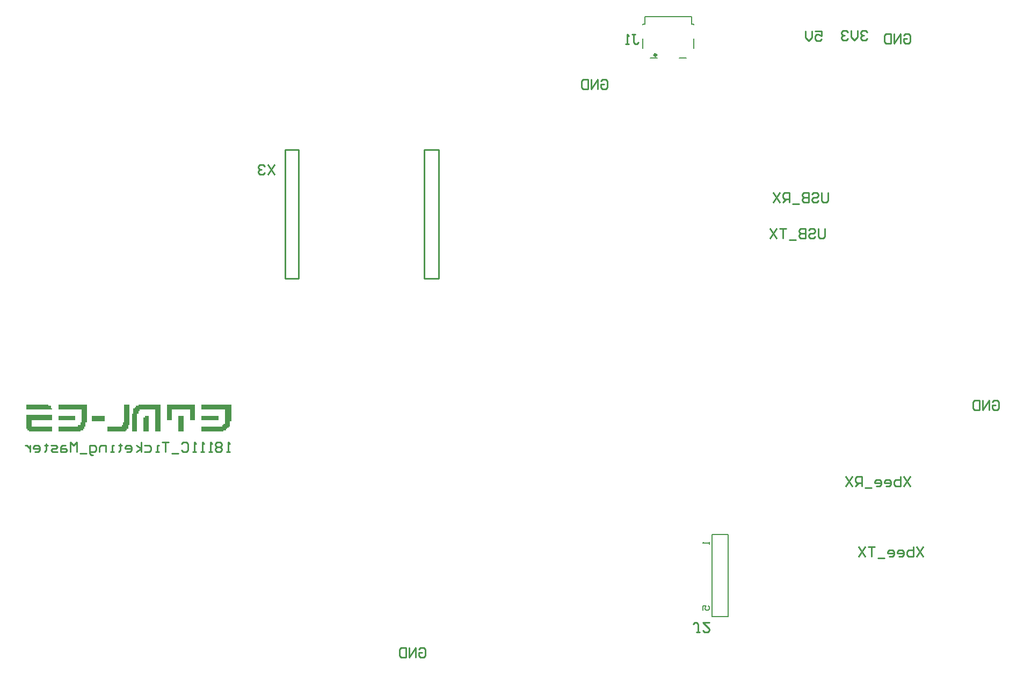
<source format=gbr>
%TF.GenerationSoftware,Altium Limited,Altium Designer,21.6.1 (37)*%
G04 Layer_Color=32896*
%FSLAX43Y43*%
%MOMM*%
%TF.SameCoordinates,2DC9C271-DD38-4FBD-9B37-034AA9505664*%
%TF.FilePolarity,Positive*%
%TF.FileFunction,Legend,Bot*%
%TF.Part,Single*%
G01*
G75*
%TA.AperFunction,NonConductor*%
%ADD49C,0.200*%
%ADD50C,0.254*%
%ADD55C,0.400*%
%ADD56C,0.150*%
G36*
X6341Y45664D02*
X6748D01*
Y45461D01*
Y45258D01*
X6951D01*
Y45054D01*
X2887D01*
Y45258D01*
Y45461D01*
Y45664D01*
Y45867D01*
X6341D01*
Y45664D01*
D02*
G37*
G36*
X10609Y43835D02*
Y43632D01*
Y43429D01*
X7967D01*
Y43632D01*
Y43835D01*
Y44038D01*
X10609D01*
Y43835D01*
D02*
G37*
G36*
X15282D02*
Y43632D01*
Y43429D01*
Y43226D01*
X13250D01*
Y43429D01*
Y43632D01*
Y43835D01*
Y44038D01*
X15282D01*
Y43835D01*
D02*
G37*
G36*
X19143Y45664D02*
Y45461D01*
Y45258D01*
Y45054D01*
Y44851D01*
Y44648D01*
Y44445D01*
Y44242D01*
Y44038D01*
Y43835D01*
Y43632D01*
Y43429D01*
Y43226D01*
Y43022D01*
Y42819D01*
Y42616D01*
X18940D01*
Y42413D01*
Y42210D01*
Y42006D01*
X18737D01*
Y41803D01*
X18533D01*
Y41600D01*
X15689D01*
Y41803D01*
Y42006D01*
Y42210D01*
Y42413D01*
X17924D01*
Y42616D01*
X18127D01*
Y42819D01*
Y43022D01*
X18330D01*
Y43226D01*
Y43429D01*
Y43632D01*
Y43835D01*
Y44038D01*
Y44242D01*
Y44445D01*
Y44648D01*
Y44851D01*
Y45054D01*
Y45258D01*
Y45461D01*
Y45664D01*
Y45867D01*
X19143D01*
Y45664D01*
D02*
G37*
G36*
X12437D02*
Y45461D01*
Y45258D01*
Y45054D01*
Y44851D01*
Y44648D01*
Y44445D01*
Y44242D01*
Y44038D01*
Y43835D01*
Y43632D01*
Y43429D01*
Y43226D01*
Y43022D01*
X12234D01*
Y42819D01*
Y42616D01*
Y42413D01*
X12031D01*
Y42210D01*
Y42006D01*
X11828D01*
Y41803D01*
X11421D01*
Y41600D01*
X7967D01*
Y41803D01*
Y42006D01*
Y42210D01*
Y42413D01*
X11015D01*
Y42616D01*
X11421D01*
Y42819D01*
Y43022D01*
X11625D01*
Y43226D01*
Y43429D01*
Y43632D01*
Y43835D01*
Y44038D01*
Y44242D01*
Y44445D01*
Y44648D01*
Y44851D01*
Y45054D01*
X7967D01*
Y45258D01*
Y45461D01*
Y45664D01*
Y45867D01*
X12437D01*
Y45664D01*
D02*
G37*
G36*
X6951Y44038D02*
Y43835D01*
Y43632D01*
Y43429D01*
X3700D01*
Y43226D01*
Y43022D01*
Y42819D01*
Y42616D01*
Y42413D01*
X6951D01*
Y42210D01*
Y42006D01*
Y41803D01*
Y41600D01*
X3293D01*
Y41803D01*
X3090D01*
Y42006D01*
X2887D01*
Y42210D01*
Y42413D01*
Y42616D01*
Y42819D01*
Y43022D01*
Y43226D01*
Y43429D01*
Y43632D01*
Y43835D01*
Y44038D01*
Y44242D01*
X6951D01*
Y44038D01*
D02*
G37*
G36*
X33164Y43835D02*
Y43632D01*
Y43429D01*
X30522D01*
Y43632D01*
Y43835D01*
Y44038D01*
X33164D01*
Y43835D01*
D02*
G37*
G36*
X29506Y45664D02*
Y45461D01*
Y45258D01*
Y45054D01*
Y44851D01*
Y44648D01*
Y44445D01*
Y44242D01*
Y44038D01*
Y43835D01*
Y43632D01*
Y43429D01*
X28693D01*
Y43632D01*
Y43835D01*
Y44038D01*
Y44242D01*
Y44445D01*
Y44648D01*
Y44851D01*
Y45054D01*
X25849D01*
Y44851D01*
Y44648D01*
Y44445D01*
Y44242D01*
Y44038D01*
Y43835D01*
Y43632D01*
Y43429D01*
X25036D01*
Y43632D01*
Y43835D01*
Y44038D01*
Y44242D01*
Y44445D01*
Y44648D01*
Y44851D01*
Y45054D01*
Y45258D01*
Y45461D01*
Y45664D01*
Y45867D01*
X29506D01*
Y45664D01*
D02*
G37*
G36*
X35196D02*
Y45461D01*
Y45258D01*
Y45054D01*
Y44851D01*
Y44648D01*
Y44445D01*
Y44242D01*
Y44038D01*
Y43835D01*
Y43632D01*
Y43429D01*
Y43226D01*
X34993D01*
Y43022D01*
Y42819D01*
Y42616D01*
Y42413D01*
X34789D01*
Y42210D01*
X34586D01*
Y42006D01*
X34383D01*
Y41803D01*
X33977D01*
Y41600D01*
X30522D01*
Y41803D01*
Y42006D01*
Y42210D01*
Y42413D01*
X33773D01*
Y42616D01*
X33977D01*
Y42819D01*
X34180D01*
Y43022D01*
Y43226D01*
Y43429D01*
Y43632D01*
Y43835D01*
Y44038D01*
Y44242D01*
Y44445D01*
Y44648D01*
Y44851D01*
Y45054D01*
X30522D01*
Y45258D01*
Y45461D01*
Y45664D01*
Y45867D01*
X35196D01*
Y45664D01*
D02*
G37*
G36*
X27677Y43835D02*
Y43632D01*
Y43429D01*
Y43226D01*
Y43022D01*
Y42819D01*
Y42616D01*
Y42413D01*
Y42210D01*
Y42006D01*
Y41803D01*
Y41600D01*
X26865D01*
Y41803D01*
Y42006D01*
Y42210D01*
Y42413D01*
Y42616D01*
Y42819D01*
Y43022D01*
Y43226D01*
Y43429D01*
Y43632D01*
Y43835D01*
Y44038D01*
X27677D01*
Y43835D01*
D02*
G37*
G36*
X24020Y45664D02*
Y45461D01*
Y45258D01*
Y45054D01*
Y44851D01*
Y44648D01*
Y44445D01*
Y44242D01*
Y44038D01*
Y43835D01*
Y43632D01*
Y43429D01*
Y43226D01*
Y43022D01*
Y42819D01*
Y42616D01*
Y42413D01*
Y42210D01*
Y42006D01*
Y41803D01*
Y41600D01*
X23207D01*
Y41803D01*
Y42006D01*
Y42210D01*
Y42413D01*
Y42616D01*
Y42819D01*
Y43022D01*
Y43226D01*
Y43429D01*
Y43632D01*
Y43835D01*
Y44038D01*
Y44242D01*
Y44445D01*
Y44648D01*
Y44851D01*
Y45054D01*
X20769D01*
Y44851D01*
X20565D01*
Y44648D01*
Y44445D01*
X20362D01*
Y44242D01*
Y44038D01*
Y43835D01*
Y43632D01*
Y43429D01*
Y43226D01*
Y43022D01*
Y42819D01*
Y42616D01*
Y42413D01*
Y42210D01*
Y42006D01*
Y41803D01*
Y41600D01*
X19549D01*
Y41803D01*
Y42006D01*
Y42210D01*
Y42413D01*
Y42616D01*
Y42819D01*
Y43022D01*
Y43226D01*
Y43429D01*
Y43632D01*
Y43835D01*
Y44038D01*
Y44242D01*
Y44445D01*
X19753D01*
Y44648D01*
Y44851D01*
Y45054D01*
Y45258D01*
X19956D01*
Y45461D01*
X20159D01*
Y45664D01*
X20565D01*
Y45867D01*
X24020D01*
Y45664D01*
D02*
G37*
G36*
X22191Y43835D02*
Y43632D01*
Y43429D01*
Y43226D01*
Y43022D01*
Y42819D01*
Y42616D01*
Y42413D01*
Y42210D01*
Y42006D01*
Y41803D01*
Y41600D01*
X21378D01*
Y41803D01*
Y42006D01*
Y42210D01*
Y42413D01*
Y42616D01*
Y42819D01*
Y43022D01*
Y43226D01*
Y43429D01*
Y43632D01*
Y43835D01*
X21581D01*
Y44038D01*
X22191D01*
Y43835D01*
D02*
G37*
D49*
X110980Y12368D02*
Y25368D01*
Y12368D02*
X113520D01*
Y25368D01*
X110980D02*
X113520D01*
X110550Y24138D02*
Y23805D01*
Y23971D01*
X109550D01*
X109717Y24138D01*
X109550Y13402D02*
Y14068D01*
X110050D01*
X109884Y13735D01*
Y13568D01*
X110050Y13402D01*
X110383D01*
X110550Y13568D01*
Y13901D01*
X110383Y14068D01*
D50*
X45844Y65710D02*
Y86030D01*
X43685Y65710D02*
X45844D01*
X43685D02*
Y86030D01*
X45844D01*
X67942Y65710D02*
Y86030D01*
X65656Y65710D02*
X67942D01*
X65656D02*
Y86030D01*
X66672D02*
X67942D01*
X65656D02*
X66672D01*
X144246Y23439D02*
X143230Y21916D01*
Y23439D02*
X144246Y21916D01*
X142722Y23439D02*
Y21916D01*
X141961D01*
X141707Y22170D01*
Y22424D01*
Y22678D01*
X141961Y22932D01*
X142722D01*
X140437Y21916D02*
X140945D01*
X141199Y22170D01*
Y22678D01*
X140945Y22932D01*
X140437D01*
X140183Y22678D01*
Y22424D01*
X141199D01*
X138914Y21916D02*
X139422D01*
X139675Y22170D01*
Y22678D01*
X139422Y22932D01*
X138914D01*
X138660Y22678D01*
Y22424D01*
X139675D01*
X138152Y21662D02*
X137136D01*
X136628Y23439D02*
X135613D01*
X136121D01*
Y21916D01*
X135105Y23439D02*
X134089Y21916D01*
Y23439D02*
X135105Y21916D01*
X142246Y34531D02*
X141230Y33008D01*
Y34531D02*
X142246Y33008D01*
X140722Y34531D02*
Y33008D01*
X139961D01*
X139707Y33262D01*
Y33516D01*
Y33770D01*
X139961Y34024D01*
X140722D01*
X138437Y33008D02*
X138945D01*
X139199Y33262D01*
Y33770D01*
X138945Y34024D01*
X138437D01*
X138183Y33770D01*
Y33516D01*
X139199D01*
X136914Y33008D02*
X137422D01*
X137675Y33262D01*
Y33770D01*
X137422Y34024D01*
X136914D01*
X136660Y33770D01*
Y33516D01*
X137675D01*
X136152Y32754D02*
X135136D01*
X134628Y33008D02*
Y34531D01*
X133867D01*
X133613Y34278D01*
Y33770D01*
X133867Y33516D01*
X134628D01*
X134121D02*
X133613Y33008D01*
X133105Y34531D02*
X132089Y33008D01*
Y34531D02*
X133105Y33008D01*
X93480Y96908D02*
X93734Y97162D01*
X94242D01*
X94496Y96908D01*
Y95892D01*
X94242Y95638D01*
X93734D01*
X93480Y95892D01*
Y96400D01*
X93988D01*
X92972Y95638D02*
Y97162D01*
X91957Y95638D01*
Y97162D01*
X91449D02*
Y95638D01*
X90687D01*
X90433Y95892D01*
Y96908D01*
X90687Y97162D01*
X91449D01*
X129246Y79281D02*
Y78012D01*
X128992Y77758D01*
X128484D01*
X128230Y78012D01*
Y79281D01*
X126707Y79028D02*
X126961Y79281D01*
X127469D01*
X127723Y79028D01*
Y78774D01*
X127469Y78520D01*
X126961D01*
X126707Y78266D01*
Y78012D01*
X126961Y77758D01*
X127469D01*
X127723Y78012D01*
X126199Y79281D02*
Y77758D01*
X125437D01*
X125183Y78012D01*
Y78266D01*
X125437Y78520D01*
X126199D01*
X125437D01*
X125183Y78774D01*
Y79028D01*
X125437Y79281D01*
X126199D01*
X124675Y77504D02*
X123660D01*
X123152Y77758D02*
Y79281D01*
X122390D01*
X122136Y79028D01*
Y78520D01*
X122390Y78266D01*
X123152D01*
X122644D02*
X122136Y77758D01*
X121628Y79281D02*
X120613Y77758D01*
Y79281D02*
X121628Y77758D01*
X128746Y73590D02*
Y72321D01*
X128492Y72067D01*
X127984D01*
X127730Y72321D01*
Y73590D01*
X126207Y73336D02*
X126461Y73590D01*
X126969D01*
X127222Y73336D01*
Y73082D01*
X126969Y72829D01*
X126461D01*
X126207Y72575D01*
Y72321D01*
X126461Y72067D01*
X126969D01*
X127222Y72321D01*
X125699Y73590D02*
Y72067D01*
X124937D01*
X124683Y72321D01*
Y72575D01*
X124937Y72829D01*
X125699D01*
X124937D01*
X124683Y73082D01*
Y73336D01*
X124937Y73590D01*
X125699D01*
X124175Y71813D02*
X123160D01*
X122652Y73590D02*
X121636D01*
X122144D01*
Y72067D01*
X121128Y73590D02*
X120113Y72067D01*
Y73590D02*
X121128Y72067D01*
X127230Y104778D02*
X128246D01*
Y104016D01*
X127738Y104270D01*
X127484D01*
X127230Y104016D01*
Y103508D01*
X127484Y103254D01*
X127992D01*
X128246Y103508D01*
X126722Y104778D02*
Y103762D01*
X126215Y103254D01*
X125707Y103762D01*
Y104778D01*
X135496Y104594D02*
X135242Y104848D01*
X134734D01*
X134480Y104594D01*
Y104340D01*
X134734Y104086D01*
X134988D01*
X134734D01*
X134480Y103832D01*
Y103578D01*
X134734Y103324D01*
X135242D01*
X135496Y103578D01*
X133972Y104848D02*
Y103832D01*
X133465Y103324D01*
X132957Y103832D01*
Y104848D01*
X132449Y104594D02*
X132195Y104848D01*
X131687D01*
X131433Y104594D01*
Y104340D01*
X131687Y104086D01*
X131941D01*
X131687D01*
X131433Y103832D01*
Y103578D01*
X131687Y103324D01*
X132195D01*
X132449Y103578D01*
X141230Y104064D02*
X141484Y104318D01*
X141992D01*
X142246Y104064D01*
Y103048D01*
X141992Y102794D01*
X141484D01*
X141230Y103048D01*
Y103556D01*
X141738D01*
X140722Y102794D02*
Y104318D01*
X139707Y102794D01*
Y104318D01*
X139199D02*
Y102794D01*
X138437D01*
X138183Y103048D01*
Y104064D01*
X138437Y104318D01*
X139199D01*
X155230Y46274D02*
X155484Y46528D01*
X155992D01*
X156246Y46274D01*
Y45258D01*
X155992Y45004D01*
X155484D01*
X155230Y45258D01*
Y45766D01*
X155738D01*
X154722Y45004D02*
Y46528D01*
X153707Y45004D01*
Y46528D01*
X153199D02*
Y45004D01*
X152437D01*
X152183Y45258D01*
Y46274D01*
X152437Y46528D01*
X153199D01*
X64730Y7274D02*
X64984Y7528D01*
X65492D01*
X65746Y7274D01*
Y6258D01*
X65492Y6004D01*
X64984D01*
X64730Y6258D01*
Y6766D01*
X65238D01*
X64222Y6004D02*
Y7528D01*
X63207Y6004D01*
Y7528D01*
X62699D02*
Y6004D01*
X61937D01*
X61683Y6258D01*
Y7274D01*
X61937Y7528D01*
X62699D01*
X34951Y38405D02*
X34443D01*
X34697D01*
Y39928D01*
X34951Y39675D01*
X33681D02*
X33427Y39928D01*
X32919D01*
X32665Y39675D01*
Y39421D01*
X32919Y39167D01*
X32665Y38913D01*
Y38659D01*
X32919Y38405D01*
X33427D01*
X33681Y38659D01*
Y38913D01*
X33427Y39167D01*
X33681Y39421D01*
Y39675D01*
X33427Y39167D02*
X32919D01*
X32158Y38405D02*
X31650D01*
X31904D01*
Y39928D01*
X32158Y39675D01*
X30888Y38405D02*
X30380D01*
X30634D01*
Y39928D01*
X30888Y39675D01*
X29618Y38405D02*
X29111D01*
X29364D01*
Y39928D01*
X29618Y39675D01*
X27333D02*
X27587Y39928D01*
X28095D01*
X28349Y39675D01*
Y38659D01*
X28095Y38405D01*
X27587D01*
X27333Y38659D01*
X26825Y38151D02*
X25810D01*
X25302Y39928D02*
X24286D01*
X24794D01*
Y38405D01*
X23778D02*
X23270D01*
X23524D01*
Y39421D01*
X23778D01*
X21493D02*
X22255D01*
X22509Y39167D01*
Y38659D01*
X22255Y38405D01*
X21493D01*
X20985D02*
Y39928D01*
Y38913D02*
X20223Y39421D01*
X20985Y38913D02*
X20223Y38405D01*
X18700D02*
X19208D01*
X19462Y38659D01*
Y39167D01*
X19208Y39421D01*
X18700D01*
X18446Y39167D01*
Y38913D01*
X19462D01*
X17684Y39675D02*
Y39421D01*
X17938D01*
X17430D01*
X17684D01*
Y38659D01*
X17430Y38405D01*
X16669D02*
X16161D01*
X16415D01*
Y39421D01*
X16669D01*
X15399Y38405D02*
Y39421D01*
X14637D01*
X14383Y39167D01*
Y38405D01*
X13368Y37897D02*
X13114D01*
X12860Y38151D01*
Y39421D01*
X13622D01*
X13875Y39167D01*
Y38659D01*
X13622Y38405D01*
X12860D01*
X12352Y38151D02*
X11336D01*
X10828Y38405D02*
Y39928D01*
X10321Y39421D01*
X9813Y39928D01*
Y38405D01*
X9051Y39421D02*
X8543D01*
X8289Y39167D01*
Y38405D01*
X9051D01*
X9305Y38659D01*
X9051Y38913D01*
X8289D01*
X7781Y38405D02*
X7020D01*
X6766Y38659D01*
X7020Y38913D01*
X7528D01*
X7781Y39167D01*
X7528Y39421D01*
X6766D01*
X6004Y39675D02*
Y39421D01*
X6258D01*
X5750D01*
X6004D01*
Y38659D01*
X5750Y38405D01*
X4227D02*
X4734D01*
X4988Y38659D01*
Y39167D01*
X4734Y39421D01*
X4227D01*
X3973Y39167D01*
Y38913D01*
X4988D01*
X3465Y39421D02*
Y38405D01*
Y38913D01*
X3211Y39167D01*
X2957Y39421D01*
X2703D01*
X109075Y9961D02*
X108567D01*
X108821D01*
Y11231D01*
X108567Y11485D01*
X108313D01*
X108059Y11231D01*
X110598Y11485D02*
X109583D01*
X110598Y10469D01*
Y10215D01*
X110344Y9961D01*
X109836D01*
X109583Y10215D01*
X98380Y104308D02*
X98888D01*
X98634D01*
Y103038D01*
X98888Y102784D01*
X99142D01*
X99396Y103038D01*
X97872Y102784D02*
X97365D01*
X97619D01*
Y104308D01*
X97872Y104054D01*
X41970Y83731D02*
X40954Y82207D01*
Y83731D02*
X41970Y82207D01*
X40446Y83477D02*
X40192Y83731D01*
X39684D01*
X39430Y83477D01*
Y83223D01*
X39684Y82969D01*
X39938D01*
X39684D01*
X39430Y82715D01*
Y82461D01*
X39684Y82207D01*
X40192D01*
X40446Y82461D01*
D55*
X102200Y101000D02*
G03*
X102200Y101000I-141J0D01*
G01*
D56*
X108100Y105760D02*
Y105900D01*
Y102030D02*
Y103630D01*
X100100Y102030D02*
Y103630D01*
Y105760D02*
Y105900D01*
X101270Y100500D02*
X102400D01*
X105800D02*
X106930D01*
X100100Y105900D02*
X100400D01*
Y107100D01*
X107800D01*
Y105900D02*
Y107100D01*
Y105900D02*
X108100D01*
%TF.MD5,205d814b01451247840d12ffdaf067a6*%
M02*

</source>
